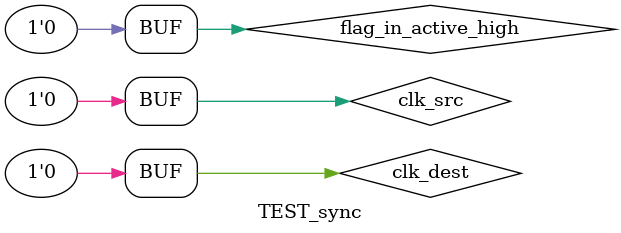
<source format=v>
`timescale 1ns / 1ps


module TEST_sync;

	// Inputs
	reg clk_dest;
	reg clk_src;
	reg flag_in_active_high;

	// Outputs
	wire flag_out_active_high;

	// Instantiate the Unit Under Test (UUT)
	sync uut (
		.clk_dest(clk_dest), 
		.clk_src(clk_src), 
		.flag_in_active_high(flag_in_active_high), 
		.flag_out_active_high(flag_out_active_high)
	);

	initial begin
		// Initialize Inputs
		clk_dest = 0;
		clk_src = 0;
		flag_in_active_high = 0;

		// Wait 100 ns for global reset to finish
		#3000;
		flag_in_active_high = 1;
		#900;
		flag_in_active_high=0;
         
		// Add stimulus here

	end
	
	
	always
	begin
		clk_src<=1'b1;
		#200;
		clk_src<=1'b0;
		#200;
	end	


	always
	begin
		clk_dest<=1'b1;
		#77;
		clk_dest<=1'b0;
		#77;
	end		
	
	
      
endmodule


</source>
